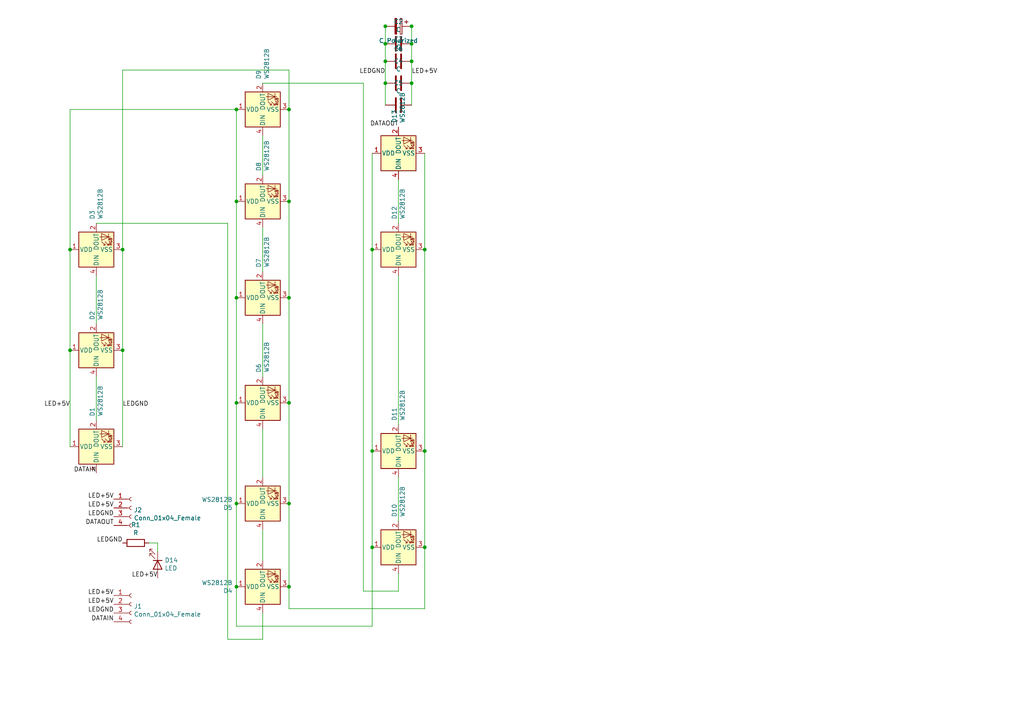
<source format=kicad_sch>
(kicad_sch (version 20211123) (generator eeschema)
  (paper "A4")
  (lib_symbols
    (symbol "Connector:Conn_01x04_Female" (pin_names (offset 1.016) hide)
      (property "Reference" "J" (at 0 5.08 0))
      (property "Value" "Conn_01x04_Female" (at 0 -7.62 0))
      (symbol "Conn_01x04_Female_1_1"
        (arc (start 0 -4.572) (mid -0.508 -5.08) (end 0 -5.588) (stroke (width 0.1524)))
        (arc (start 0 -2.032) (mid -0.508 -2.54) (end 0 -3.048) (stroke (width 0.1524)))
        (polyline (pts (xy -1.27 -5.08) (xy -0.508 -5.08)) (stroke (width 0.1524)))
        (polyline (pts (xy -1.27 -2.54) (xy -0.508 -2.54)) (stroke (width 0.1524)))
        (polyline (pts (xy -1.27 0) (xy -0.508 0)) (stroke (width 0.1524)))
        (polyline (pts (xy -1.27 2.54) (xy -0.508 2.54)) (stroke (width 0.1524)))
        (arc (start 0 0.508) (mid -0.508 0) (end 0 -0.508) (stroke (width 0.1524)))
        (arc (start 0 3.048) (mid -0.508 2.54) (end 0 2.032) (stroke (width 0.1524)))
        (pin passive line (at -5.08 2.54 0) (length 3.81) (name "Pin_1") (number "1"))
        (pin passive line (at -5.08 0 0) (length 3.81) (name "Pin_2") (number "2"))
        (pin passive line (at -5.08 -2.54 0) (length 3.81) (name "Pin_3") (number "3"))
        (pin passive line (at -5.08 -5.08 0) (length 3.81) (name "Pin_4") (number "4"))
      )
    )
    (symbol "Device:C" (pin_numbers hide) (pin_names (offset 0.254))
      (property "Reference" "C" (at 0.635 2.54 0))
      (property "Value" "C" (at 0.635 -2.54 0))
      (symbol "C_0_1"
        (polyline (pts (xy -2.032 -0.762) (xy 2.032 -0.762)) (stroke (width 0.508)))
        (polyline (pts (xy -2.032 0.762) (xy 2.032 0.762)) (stroke (width 0.508)))
      )
      (symbol "C_1_1"
        (pin passive line (at 0 3.81 270) (length 2.794) (name "~") (number "1"))
        (pin passive line (at 0 -3.81 90) (length 2.794) (name "~") (number "2"))
      )
    )
    (symbol "Device:C_Polarized" (pin_numbers hide) (pin_names (offset 0.254))
      (property "Reference" "C" (at 0.635 2.54 0))
      (property "Value" "C_Polarized" (at 0.635 -2.54 0))
      (symbol "C_Polarized_0_1"
        (rectangle (start -2.286 0.508) (end 2.286 1.016))
        (polyline (pts (xy -1.778 2.286) (xy -0.762 2.286)))
        (polyline (pts (xy -1.27 2.794) (xy -1.27 1.778)))
        (rectangle (start 2.286 -0.508) (end -2.286 -1.016) (fill (type outline)))
      )
      (symbol "C_Polarized_1_1"
        (pin passive line (at 0 3.81 270) (length 2.794) (name "~") (number "1"))
        (pin passive line (at 0 -3.81 90) (length 2.794) (name "~") (number "2"))
      )
    )
    (symbol "Device:LED" (pin_numbers hide) (pin_names (offset 1.016) hide)
      (property "Reference" "D" (at 0 2.54 0))
      (property "Value" "LED" (at 0 -2.54 0))
      (symbol "LED_0_1"
        (polyline (pts (xy -1.27 -1.27) (xy -1.27 1.27)) (stroke (width 0.254)))
        (polyline (pts (xy -1.27 0) (xy 1.27 0)))
        (polyline (pts (xy 1.27 -1.27) (xy 1.27 1.27) (xy -1.27 0) (xy 1.27 -1.27)) (stroke (width 0.254)))
        (polyline (pts (xy -3.048 -0.762) (xy -4.572 -2.286) (xy -3.81 -2.286) (xy -4.572 -2.286) (xy -4.572 -1.524)))
        (polyline (pts (xy -1.778 -0.762) (xy -3.302 -2.286) (xy -2.54 -2.286) (xy -3.302 -2.286) (xy -3.302 -1.524)))
      )
      (symbol "LED_1_1"
        (pin passive line (at -3.81 0 0) (length 2.54) (name "K") (number "1"))
        (pin passive line (at 3.81 0 180) (length 2.54) (name "A") (number "2"))
      )
    )
    (symbol "Device:R" (pin_numbers hide) (pin_names (offset 0))
      (property "Reference" "R" (at 2.032 0 90))
      (property "Value" "R" (at 0 0 90))
      (symbol "R_0_1"
        (rectangle (start -1.016 -2.54) (end 1.016 2.54) (stroke (width 0.254)))
      )
      (symbol "R_1_1"
        (pin passive line (at 0 3.81 270) (length 1.27) (name "~") (number "1"))
        (pin passive line (at 0 -3.81 90) (length 1.27) (name "~") (number "2"))
      )
    )
    (symbol "LED:WS2812B" (pin_names (offset 0.254))
      (property "Reference" "D" (at 5.08 5.715 0))
      (property "Value" "WS2812B" (at 1.27 -5.715 0))
      (symbol "WS2812B_0_0"
        (text "RGB" (at 2.286 -4.191 0) (effects (font (size 0.762 0.762))))
      )
      (symbol "WS2812B_0_1"
        (polyline (pts (xy 1.27 -3.556) (xy 1.778 -3.556)))
        (polyline (pts (xy 1.27 -2.54) (xy 1.778 -2.54)))
        (polyline (pts (xy 4.699 -3.556) (xy 2.667 -3.556)))
        (polyline (pts (xy 2.286 -2.54) (xy 1.27 -3.556) (xy 1.27 -3.048)))
        (polyline (pts (xy 2.286 -1.524) (xy 1.27 -2.54) (xy 1.27 -2.032)))
        (polyline (pts (xy 3.683 -1.016) (xy 3.683 -3.556) (xy 3.683 -4.064)))
        (polyline (pts (xy 4.699 -1.524) (xy 2.667 -1.524) (xy 3.683 -3.556) (xy 4.699 -1.524)))
        (rectangle (start 5.08 5.08) (end -5.08 -5.08) (stroke (width 0.254)) (fill (type background)))
      )
      (symbol "WS2812B_1_1"
        (pin power_in line (at 0 7.62 270) (length 2.54) (name "VDD") (number "1"))
        (pin output line (at 7.62 0 180) (length 2.54) (name "DOUT") (number "2"))
        (pin power_in line (at 0 -7.62 90) (length 2.54) (name "VSS") (number "3"))
        (pin input line (at -7.62 0 0) (length 2.54) (name "DIN") (number "4"))
      )
    )
  )
  (junction (at 20.32 72.39))
  (junction (at 119.38 24.13))
  (junction (at 83.82 86.36))
  (junction (at 83.82 170.18))
  (junction (at 68.58 58.42))
  (junction (at 35.56 72.39))
  (junction (at 119.38 12.7))
  (junction (at 111.76 7.62))
  (junction (at 20.32 101.6))
  (junction (at 107.95 130.81))
  (junction (at 111.76 17.78))
  (junction (at 119.38 7.62))
  (junction (at 68.58 146.05))
  (junction (at 68.58 116.84))
  (junction (at 83.82 116.84))
  (junction (at 83.82 31.75))
  (junction (at 83.82 58.42))
  (junction (at 35.56 101.6))
  (junction (at 119.38 17.78))
  (junction (at 68.58 86.36))
  (junction (at 83.82 146.05))
  (junction (at 123.19 72.39))
  (junction (at 123.19 158.75))
  (junction (at 68.58 31.75))
  (junction (at 111.76 24.13))
  (junction (at 123.19 130.81))
  (junction (at 107.95 158.75))
  (junction (at 111.76 12.7))
  (junction (at 68.58 170.18))
  (junction (at 107.95 72.39))
  (wire (pts (xy 119.38 7.62) (xy 119.38 12.7)))
  (wire (pts (xy 35.56 129.54) (xy 35.56 101.6)))
  (wire (pts (xy 83.82 58.42) (xy 83.82 86.36)))
  (wire (pts (xy 119.38 24.13) (xy 119.38 17.78)))
  (wire (pts (xy 115.57 64.77) (xy 115.57 52.07)))
  (wire (pts (xy 76.2 177.8) (xy 76.2 185.42)))
  (wire (pts (xy 20.32 72.39) (xy 20.32 31.75)))
  (wire (pts (xy 27.94 64.77) (xy 66.04 64.77)))
  (wire (pts (xy 115.57 151.13) (xy 115.57 138.43)))
  (wire (pts (xy 123.19 72.39) (xy 123.19 44.45)))
  (wire (pts (xy 45.72 160.02) (xy 45.72 157.48)))
  (wire (pts (xy 45.72 157.48) (xy 43.18 157.48)))
  (wire (pts (xy 66.04 185.42) (xy 76.2 185.42)))
  (wire (pts (xy 111.76 7.62) (xy 111.76 12.7)))
  (wire (pts (xy 68.58 146.05) (xy 68.58 170.18)))
  (wire (pts (xy 115.57 123.19) (xy 115.57 80.01)))
  (wire (pts (xy 68.58 116.84) (xy 68.58 146.05)))
  (wire (pts (xy 27.94 121.92) (xy 27.94 109.22)))
  (wire (pts (xy 66.04 64.77) (xy 66.04 185.42)))
  (wire (pts (xy 35.56 72.39) (xy 35.56 20.32)))
  (wire (pts (xy 119.38 12.7) (xy 119.38 17.78)))
  (wire (pts (xy 76.2 78.74) (xy 76.2 66.04)))
  (wire (pts (xy 123.19 176.53) (xy 123.19 158.75)))
  (wire (pts (xy 111.76 17.78) (xy 111.76 24.13)))
  (wire (pts (xy 83.82 116.84) (xy 83.82 146.05)))
  (wire (pts (xy 83.82 20.32) (xy 83.82 31.75)))
  (wire (pts (xy 83.82 146.05) (xy 83.82 170.18)))
  (wire (pts (xy 68.58 170.18) (xy 68.58 181.61)))
  (wire (pts (xy 105.41 171.45) (xy 115.57 171.45)))
  (wire (pts (xy 20.32 101.6) (xy 20.32 72.39)))
  (wire (pts (xy 20.32 31.75) (xy 68.58 31.75)))
  (wire (pts (xy 107.95 181.61) (xy 107.95 158.75)))
  (wire (pts (xy 107.95 130.81) (xy 107.95 72.39)))
  (wire (pts (xy 27.94 93.98) (xy 27.94 80.01)))
  (wire (pts (xy 123.19 130.81) (xy 123.19 72.39)))
  (wire (pts (xy 68.58 31.75) (xy 68.58 58.42)))
  (wire (pts (xy 68.58 58.42) (xy 68.58 86.36)))
  (wire (pts (xy 35.56 20.32) (xy 83.82 20.32)))
  (wire (pts (xy 83.82 31.75) (xy 83.82 58.42)))
  (wire (pts (xy 20.32 129.54) (xy 20.32 101.6)))
  (wire (pts (xy 105.41 24.13) (xy 105.41 171.45)))
  (wire (pts (xy 76.2 138.43) (xy 76.2 124.46)))
  (wire (pts (xy 111.76 12.7) (xy 111.76 17.78)))
  (wire (pts (xy 76.2 24.13) (xy 105.41 24.13)))
  (wire (pts (xy 76.2 162.56) (xy 76.2 153.67)))
  (wire (pts (xy 76.2 109.22) (xy 76.2 93.98)))
  (wire (pts (xy 111.76 24.13) (xy 111.76 30.48)))
  (wire (pts (xy 83.82 86.36) (xy 83.82 116.84)))
  (wire (pts (xy 107.95 158.75) (xy 107.95 130.81)))
  (wire (pts (xy 68.58 181.61) (xy 107.95 181.61)))
  (wire (pts (xy 35.56 101.6) (xy 35.56 72.39)))
  (wire (pts (xy 115.57 171.45) (xy 115.57 166.37)))
  (wire (pts (xy 119.38 24.13) (xy 119.38 30.48)))
  (wire (pts (xy 123.19 158.75) (xy 123.19 130.81)))
  (wire (pts (xy 83.82 170.18) (xy 83.82 176.53)))
  (wire (pts (xy 83.82 176.53) (xy 123.19 176.53)))
  (wire (pts (xy 107.95 72.39) (xy 107.95 44.45)))
  (wire (pts (xy 68.58 86.36) (xy 68.58 116.84)))
  (wire (pts (xy 76.2 50.8) (xy 76.2 39.37)))
  (label "DATAOUT" (at 115.57 36.83 180))
  (label "LED+5V" (at 33.02 172.72 180))
  (label "LEDGND" (at 33.02 149.86 180))
  (label "LED+5V" (at 33.02 144.78 180))
  (label "LEDGND" (at 35.56 118.11 0))
  (label "LEDGND" (at 33.02 177.8 180))
  (label "LED+5V" (at 20.32 118.11 180))
  (label "LED+5V" (at 119.38 21.59 0))
  (label "LED+5V" (at 33.02 175.26 180))
  (label "LED+5V" (at 45.72 167.64 180))
  (label "DATAIN" (at 27.94 137.16 180))
  (label "LEDGND" (at 111.76 21.59 180))
  (label "LEDGND" (at 35.56 157.48 180))
  (label "DATAIN" (at 33.02 180.34 180))
  (label "DATAOUT" (at 33.02 152.4 180))
  (label "LED+5V" (at 33.02 147.32 180))
  (symbol (lib_id "LED:WS2812B") (at 76.2 170.18 90) (unit 1)
    (property "Reference" "D4" (at 67.4624 171.3484 90) (effects (justify left)))
    (property "Value" "WS2812B" (at 67.4624 169.037 90) (effects (justify left)))
    (property "Footprint" "OH_Footprints:LED_WS2812B_PLCC4_5.0x5.0mm_P3.2mm" (effects hide))
    (property "Datasheet" "https://cdn-shop.adafruit.com/datasheets/WS2812B.pdf" (effects hide))
  )
  (symbol (lib_id "LED:WS2812B") (at 76.2 146.05 90) (unit 1)
    (property "Reference" "D5" (at 67.4624 147.2184 90) (effects (justify left)))
    (property "Value" "WS2812B" (at 67.4624 144.907 90) (effects (justify left)))
    (property "Footprint" "OH_Footprints:LED_WS2812B_PLCC4_5.0x5.0mm_P3.2mm" (effects hide))
    (property "Datasheet" "https://cdn-shop.adafruit.com/datasheets/WS2812B.pdf" (effects hide))
  )
  (symbol (lib_id "LED:WS2812B") (at 76.2 116.84 90) (unit 1)
    (property "Reference" "D6" (at 75.0316 108.1024 0) (effects (justify left)))
    (property "Value" "WS2812B" (at 77.343 108.1024 0) (effects (justify left)))
    (property "Footprint" "OH_Footprints:LED_WS2812B_PLCC4_5.0x5.0mm_P3.2mm" (effects hide))
    (property "Datasheet" "https://cdn-shop.adafruit.com/datasheets/WS2812B.pdf" (effects hide))
  )
  (symbol (lib_id "LED:WS2812B") (at 27.94 129.54 90) (unit 1)
    (property "Reference" "D1" (at 26.7716 120.8024 0) (effects (justify left)))
    (property "Value" "WS2812B" (at 29.083 120.8024 0) (effects (justify left)))
    (property "Footprint" "OH_Footprints:LED_WS2812B_PLCC4_5.0x5.0mm_P3.2mm" (effects hide))
    (property "Datasheet" "https://cdn-shop.adafruit.com/datasheets/WS2812B.pdf" (effects hide))
  )
  (symbol (lib_id "LED:WS2812B") (at 27.94 101.6 90) (unit 1)
    (property "Reference" "D2" (at 26.7716 92.8624 0) (effects (justify left)))
    (property "Value" "WS2812B" (at 29.083 92.8624 0) (effects (justify left)))
    (property "Footprint" "OH_Footprints:LED_WS2812B_PLCC4_5.0x5.0mm_P3.2mm" (effects hide))
    (property "Datasheet" "https://cdn-shop.adafruit.com/datasheets/WS2812B.pdf" (effects hide))
  )
  (symbol (lib_id "LED:WS2812B") (at 27.94 72.39 90) (unit 1)
    (property "Reference" "D3" (at 26.7716 63.6524 0) (effects (justify left)))
    (property "Value" "WS2812B" (at 29.083 63.6524 0) (effects (justify left)))
    (property "Footprint" "OH_Footprints:LED_WS2812B_PLCC4_5.0x5.0mm_P3.2mm" (effects hide))
    (property "Datasheet" "https://cdn-shop.adafruit.com/datasheets/WS2812B.pdf" (effects hide))
  )
  (symbol (lib_id "LED:WS2812B") (at 76.2 86.36 90) (unit 1)
    (property "Reference" "D7" (at 75.0316 77.6224 0) (effects (justify left)))
    (property "Value" "WS2812B" (at 77.343 77.6224 0) (effects (justify left)))
    (property "Footprint" "OH_Footprints:LED_WS2812B_PLCC4_5.0x5.0mm_P3.2mm" (effects hide))
    (property "Datasheet" "https://cdn-shop.adafruit.com/datasheets/WS2812B.pdf" (effects hide))
  )
  (symbol (lib_id "LED:WS2812B") (at 76.2 58.42 90) (unit 1)
    (property "Reference" "D8" (at 75.0316 49.6824 0) (effects (justify left)))
    (property "Value" "WS2812B" (at 77.343 49.6824 0) (effects (justify left)))
    (property "Footprint" "OH_Footprints:LED_WS2812B_PLCC4_5.0x5.0mm_P3.2mm" (effects hide))
    (property "Datasheet" "https://cdn-shop.adafruit.com/datasheets/WS2812B.pdf" (effects hide))
  )
  (symbol (lib_id "LED:WS2812B") (at 76.2 31.75 90) (unit 1)
    (property "Reference" "D9" (at 75.0316 23.0124 0) (effects (justify left)))
    (property "Value" "WS2812B" (at 77.343 23.0124 0) (effects (justify left)))
    (property "Footprint" "OH_Footprints:LED_WS2812B_PLCC4_5.0x5.0mm_P3.2mm" (effects hide))
    (property "Datasheet" "https://cdn-shop.adafruit.com/datasheets/WS2812B.pdf" (effects hide))
  )
  (symbol (lib_id "LED:WS2812B") (at 115.57 72.39 90) (unit 1)
    (property "Reference" "D12" (at 114.4016 63.6524 0) (effects (justify left)))
    (property "Value" "WS2812B" (at 116.713 63.6524 0) (effects (justify left)))
    (property "Footprint" "OH_Footprints:LED_WS2812B_PLCC4_5.0x5.0mm_P3.2mm" (effects hide))
    (property "Datasheet" "https://cdn-shop.adafruit.com/datasheets/WS2812B.pdf" (effects hide))
  )
  (symbol (lib_id "LED:WS2812B") (at 115.57 44.45 90) (unit 1)
    (property "Reference" "D13" (at 114.4016 35.7124 0) (effects (justify left)))
    (property "Value" "WS2812B" (at 116.713 35.7124 0) (effects (justify left)))
    (property "Footprint" "OH_Footprints:LED_WS2812B_PLCC4_5.0x5.0mm_P3.2mm" (effects hide))
    (property "Datasheet" "https://cdn-shop.adafruit.com/datasheets/WS2812B.pdf" (effects hide))
  )
  (symbol (lib_id "LED:WS2812B") (at 115.57 158.75 90) (unit 1)
    (property "Reference" "D10" (at 114.4016 150.0124 0) (effects (justify left)))
    (property "Value" "WS2812B" (at 116.713 150.0124 0) (effects (justify left)))
    (property "Footprint" "OH_Footprints:LED_WS2812B_PLCC4_5.0x5.0mm_P3.2mm" (effects hide))
    (property "Datasheet" "https://cdn-shop.adafruit.com/datasheets/WS2812B.pdf" (effects hide))
  )
  (symbol (lib_id "LED:WS2812B") (at 115.57 130.81 90) (unit 1)
    (property "Reference" "D11" (at 114.4016 122.0724 0) (effects (justify left)))
    (property "Value" "WS2812B" (at 116.713 122.0724 0) (effects (justify left)))
    (property "Footprint" "OH_Footprints:LED_WS2812B_PLCC4_5.0x5.0mm_P3.2mm" (effects hide))
    (property "Datasheet" "https://cdn-shop.adafruit.com/datasheets/WS2812B.pdf" (effects hide))
  )
  (symbol (lib_id "Connector:Conn_01x04_Female") (at 38.1 175.26 0) (unit 1)
    (property "Reference" "J1" (at 38.8112 175.8696 0) (effects (justify left)))
    (property "Value" "Conn_01x04_Female" (at 38.8112 178.181 0) (effects (justify left)))
    (property "Footprint" "OH_Footprints:Molex_Mini-Fit_Jr_5566-04A_2x02_P4.20mm_Vertical" (effects hide))
  )
  (symbol (lib_id "Connector:Conn_01x04_Female") (at 38.1 147.32 0) (unit 1)
    (property "Reference" "J2" (at 38.8112 147.9296 0) (effects (justify left)))
    (property "Value" "Conn_01x04_Female" (at 38.8112 150.241 0) (effects (justify left)))
    (property "Footprint" "OH_Footprints:Molex_Mini-Fit_Jr_5566-04A_2x02_P4.20mm_Vertical" (effects hide))
  )
  (symbol (lib_id "Device:C_Polarized") (at 115.57 7.62 270) (unit 1)
    (property "Reference" "C6" (at 115.57 14.097 90))
    (property "Value" "C_Polarized" (at 115.57 11.7856 90))
    (property "Footprint" "OH_Footprints:CP_Elec_8x10" (effects hide))
  )
  (symbol (lib_id "Device:C_Polarized") (at 115.57 7.62 270) (unit 1)
    (property "Reference" "C1" (at 115.57 14.097 90))
    (property "Value" "C_Polarized" (at 115.57 11.7856 90))
    (property "Footprint" "OH_Footprints:CP_Elec_8x10" (effects hide))
  )
  (symbol (lib_id "Device:R") (at 39.37 157.48 90) (unit 1)
    (property "Reference" "R1" (at 39.37 152.2222 90))
    (property "Value" "R" (at 39.37 154.5336 90))
    (property "Footprint" "OH_Footprints:R_0603_1608Metric" (effects hide))
  )
  (symbol (lib_id "Device:LED") (at 45.72 163.83 270) (unit 1)
    (property "Reference" "D14" (at 47.752 162.4838 90) (effects (justify left)))
    (property "Value" "LED" (at 47.752 164.7952 90) (effects (justify left)))
    (property "Footprint" "OH_Footprints:LED_D3.0mm" (effects hide))
  )
  (symbol (lib_id "Device:C") (at 115.57 30.48 270) (unit 1)
    (property "Reference" "C5" (at 115.57 24.0792 90))
    (property "Value" "C" (at 115.57 26.3906 90))
    (property "Footprint" "OH_Footprints:C_0603_1608Metric" (effects hide))
  )
  (symbol (lib_id "Device:C") (at 115.57 24.13 270) (unit 1)
    (property "Reference" "C4" (at 115.57 17.7292 90))
    (property "Value" "C" (at 115.57 20.0406 90))
    (property "Footprint" "OH_Footprints:C_0603_1608Metric" (effects hide))
  )
  (symbol (lib_id "Device:C") (at 115.57 17.78 270) (unit 1)
    (property "Reference" "C3" (at 115.57 11.3792 90))
    (property "Value" "C" (at 115.57 13.6906 90))
    (property "Footprint" "OH_Footprints:C_0603_1608Metric" (effects hide))
  )
  (symbol (lib_id "Device:C") (at 115.57 12.7 270) (unit 1)
    (property "Reference" "C2" (at 115.57 6.2992 90))
    (property "Value" "C" (at 115.57 8.6106 90))
    (property "Footprint" "OH_Footprints:C_0603_1608Metric" (effects hide))
  )
)
</source>
